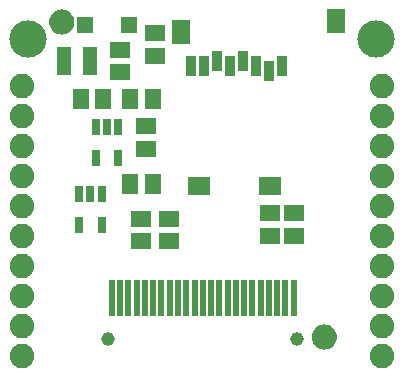
<source format=gbr>
G04 EAGLE Gerber RS-274X export*
G75*
%MOMM*%
%FSLAX34Y34*%
%LPD*%
%INSoldermask Bottom*%
%IPPOS*%
%AMOC8*
5,1,8,0,0,1.08239X$1,22.5*%
G01*
%ADD10C,3.152400*%
%ADD11R,0.502400X3.152400*%
%ADD12C,1.152400*%
%ADD13R,0.702400X1.352400*%
%ADD14R,1.452400X1.652400*%
%ADD15R,1.168400X2.352400*%
%ADD16R,1.352400X1.352400*%
%ADD17R,1.652400X1.452400*%
%ADD18C,2.082800*%
%ADD19R,1.552400X2.052400*%
%ADD20R,1.952400X1.552400*%
%ADD21R,0.852400X1.652400*%

G36*
X72912Y290600D02*
X72912Y290600D01*
X72955Y290612D01*
X73021Y290619D01*
X74704Y291070D01*
X74745Y291089D01*
X74808Y291108D01*
X76388Y291845D01*
X76425Y291871D01*
X76484Y291900D01*
X77912Y292900D01*
X77943Y292932D01*
X77996Y292971D01*
X79229Y294204D01*
X79254Y294240D01*
X79300Y294288D01*
X80300Y295716D01*
X80318Y295757D01*
X80355Y295812D01*
X81092Y297392D01*
X81103Y297435D01*
X81130Y297496D01*
X81581Y299179D01*
X81583Y299210D01*
X81590Y299232D01*
X81590Y299247D01*
X81600Y299288D01*
X81752Y301025D01*
X81748Y301069D01*
X81752Y301135D01*
X81600Y302872D01*
X81588Y302915D01*
X81581Y302981D01*
X81130Y304664D01*
X81111Y304705D01*
X81092Y304768D01*
X80355Y306348D01*
X80329Y306385D01*
X80300Y306444D01*
X79300Y307872D01*
X79268Y307903D01*
X79229Y307956D01*
X77996Y309189D01*
X77960Y309214D01*
X77912Y309260D01*
X76484Y310260D01*
X76443Y310278D01*
X76388Y310315D01*
X74808Y311052D01*
X74765Y311063D01*
X74704Y311090D01*
X73021Y311541D01*
X72976Y311544D01*
X72912Y311560D01*
X71175Y311712D01*
X71131Y311708D01*
X71065Y311712D01*
X69328Y311560D01*
X69285Y311548D01*
X69219Y311541D01*
X67536Y311090D01*
X67495Y311071D01*
X67432Y311052D01*
X65852Y310315D01*
X65815Y310289D01*
X65756Y310260D01*
X64328Y309260D01*
X64297Y309228D01*
X64244Y309189D01*
X63011Y307956D01*
X62986Y307920D01*
X62940Y307872D01*
X61940Y306444D01*
X61922Y306403D01*
X61885Y306348D01*
X61148Y304768D01*
X61137Y304725D01*
X61110Y304664D01*
X60659Y302981D01*
X60656Y302936D01*
X60640Y302872D01*
X60488Y301135D01*
X60492Y301091D01*
X60488Y301025D01*
X60640Y299288D01*
X60652Y299245D01*
X60656Y299211D01*
X60656Y299195D01*
X60658Y299190D01*
X60659Y299179D01*
X61110Y297496D01*
X61129Y297455D01*
X61148Y297392D01*
X61885Y295812D01*
X61911Y295775D01*
X61940Y295716D01*
X62940Y294288D01*
X62972Y294257D01*
X63011Y294204D01*
X64244Y292971D01*
X64280Y292946D01*
X64328Y292900D01*
X65756Y291900D01*
X65797Y291882D01*
X65852Y291845D01*
X67432Y291108D01*
X67475Y291097D01*
X67536Y291070D01*
X69219Y290619D01*
X69264Y290616D01*
X69328Y290600D01*
X71065Y290448D01*
X71109Y290452D01*
X71175Y290448D01*
X72912Y290600D01*
G37*
G36*
X295162Y23900D02*
X295162Y23900D01*
X295205Y23912D01*
X295271Y23919D01*
X296954Y24370D01*
X296995Y24389D01*
X297058Y24408D01*
X298638Y25145D01*
X298675Y25171D01*
X298734Y25200D01*
X300162Y26200D01*
X300193Y26232D01*
X300246Y26271D01*
X301479Y27504D01*
X301504Y27540D01*
X301550Y27588D01*
X302550Y29016D01*
X302568Y29057D01*
X302605Y29112D01*
X303342Y30692D01*
X303353Y30735D01*
X303380Y30796D01*
X303831Y32479D01*
X303833Y32510D01*
X303840Y32532D01*
X303840Y32547D01*
X303850Y32588D01*
X304002Y34325D01*
X303998Y34369D01*
X304002Y34435D01*
X303850Y36172D01*
X303838Y36215D01*
X303831Y36281D01*
X303380Y37964D01*
X303361Y38005D01*
X303342Y38068D01*
X302605Y39648D01*
X302579Y39685D01*
X302550Y39744D01*
X301550Y41172D01*
X301518Y41203D01*
X301479Y41256D01*
X300246Y42489D01*
X300210Y42514D01*
X300162Y42560D01*
X298734Y43560D01*
X298693Y43578D01*
X298638Y43615D01*
X297058Y44352D01*
X297015Y44363D01*
X296954Y44390D01*
X295271Y44841D01*
X295226Y44844D01*
X295162Y44860D01*
X293425Y45012D01*
X293381Y45008D01*
X293315Y45012D01*
X291578Y44860D01*
X291535Y44848D01*
X291469Y44841D01*
X289786Y44390D01*
X289745Y44371D01*
X289682Y44352D01*
X288102Y43615D01*
X288065Y43589D01*
X288006Y43560D01*
X286578Y42560D01*
X286547Y42528D01*
X286494Y42489D01*
X285261Y41256D01*
X285236Y41220D01*
X285190Y41172D01*
X284190Y39744D01*
X284172Y39703D01*
X284135Y39648D01*
X283398Y38068D01*
X283387Y38025D01*
X283360Y37964D01*
X282909Y36281D01*
X282906Y36236D01*
X282890Y36172D01*
X282738Y34435D01*
X282742Y34391D01*
X282738Y34325D01*
X282890Y32588D01*
X282902Y32545D01*
X282906Y32511D01*
X282906Y32495D01*
X282908Y32490D01*
X282909Y32479D01*
X283360Y30796D01*
X283379Y30755D01*
X283398Y30692D01*
X284135Y29112D01*
X284161Y29075D01*
X284190Y29016D01*
X285190Y27588D01*
X285222Y27557D01*
X285261Y27504D01*
X286494Y26271D01*
X286530Y26246D01*
X286578Y26200D01*
X288006Y25200D01*
X288047Y25182D01*
X288102Y25145D01*
X289682Y24408D01*
X289725Y24397D01*
X289786Y24370D01*
X291469Y23919D01*
X291514Y23916D01*
X291578Y23900D01*
X293315Y23748D01*
X293359Y23752D01*
X293425Y23748D01*
X295162Y23900D01*
G37*
D10*
X337300Y286500D03*
X42700Y286500D03*
D11*
X113500Y67100D03*
X120500Y67100D03*
X127500Y67100D03*
X134500Y67100D03*
X141500Y67100D03*
X148500Y67100D03*
X155500Y67100D03*
X162500Y67100D03*
X169500Y67100D03*
X176500Y67100D03*
X183500Y67100D03*
X190500Y67100D03*
X197500Y67100D03*
X204500Y67100D03*
X211500Y67100D03*
X218500Y67100D03*
X225500Y67100D03*
X232500Y67100D03*
X239500Y67100D03*
X246500Y67100D03*
X253500Y67100D03*
X260500Y67100D03*
X267500Y67100D03*
D12*
X110500Y32600D03*
X270500Y32600D03*
D13*
X99720Y212301D03*
X109220Y212301D03*
X118720Y212301D03*
X118720Y186299D03*
X99720Y186299D03*
D14*
X106020Y236310D03*
X87020Y236310D03*
D15*
X72670Y268440D03*
X95210Y268440D03*
D16*
X127720Y298540D03*
X90720Y298540D03*
D14*
X128930Y236130D03*
X147930Y236130D03*
D17*
X142330Y193700D03*
X142330Y212700D03*
X120560Y277470D03*
X120560Y258470D03*
X268060Y120040D03*
X268060Y139040D03*
X247740Y120040D03*
X247740Y139040D03*
D14*
X128930Y163740D03*
X147930Y163740D03*
D17*
X138110Y134280D03*
X138110Y115280D03*
X161760Y134280D03*
X161760Y115280D03*
D18*
X342420Y247150D03*
X342420Y221750D03*
X342420Y196350D03*
X342420Y170950D03*
X342420Y145550D03*
X342420Y120150D03*
X342420Y94750D03*
X342420Y69350D03*
X342420Y43950D03*
X342420Y18550D03*
X37620Y18550D03*
X37620Y43950D03*
X37620Y69350D03*
X37620Y94750D03*
X37620Y120150D03*
X37620Y145550D03*
X37620Y170950D03*
X37620Y196350D03*
X37620Y221750D03*
X37620Y247150D03*
D19*
X171640Y292880D03*
X303640Y301880D03*
D20*
X187640Y161880D03*
X247640Y161880D03*
D21*
X180640Y263880D03*
X191640Y263880D03*
X202640Y267880D03*
X213640Y263880D03*
X224640Y267880D03*
X235640Y263880D03*
X246640Y259880D03*
X257640Y263880D03*
D17*
X149860Y272440D03*
X149860Y291440D03*
D13*
X85750Y155240D03*
X95250Y155240D03*
X104750Y155240D03*
X104750Y129240D03*
X85750Y129240D03*
M02*

</source>
